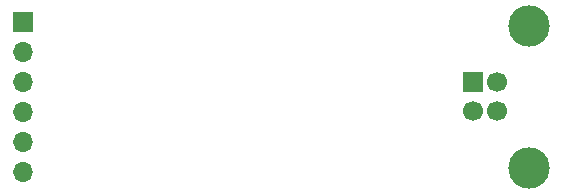
<source format=gbs>
G04 #@! TF.GenerationSoftware,KiCad,Pcbnew,7.0.1*
G04 #@! TF.CreationDate,2023-03-31T20:55:01+02:00*
G04 #@! TF.ProjectId,PMOD USB UART,504d4f44-2055-4534-9220-554152542e6b,V1.0*
G04 #@! TF.SameCoordinates,Original*
G04 #@! TF.FileFunction,Soldermask,Bot*
G04 #@! TF.FilePolarity,Negative*
%FSLAX46Y46*%
G04 Gerber Fmt 4.6, Leading zero omitted, Abs format (unit mm)*
G04 Created by KiCad (PCBNEW 7.0.1) date 2023-03-31 20:55:01*
%MOMM*%
%LPD*%
G01*
G04 APERTURE LIST*
%ADD10R,1.700000X1.700000*%
%ADD11O,1.700000X1.700000*%
%ADD12C,1.700000*%
%ADD13C,3.500000*%
G04 APERTURE END LIST*
D10*
X101600000Y-101600000D03*
D11*
X101600000Y-104140000D03*
X101600000Y-106680000D03*
X101600000Y-109220000D03*
X101600000Y-111760000D03*
X101600000Y-114300000D03*
D10*
X139700000Y-106680000D03*
D12*
X139700000Y-109180000D03*
X141700000Y-109180000D03*
X141700000Y-106680000D03*
D13*
X144410000Y-101910000D03*
X144410000Y-113950000D03*
M02*

</source>
